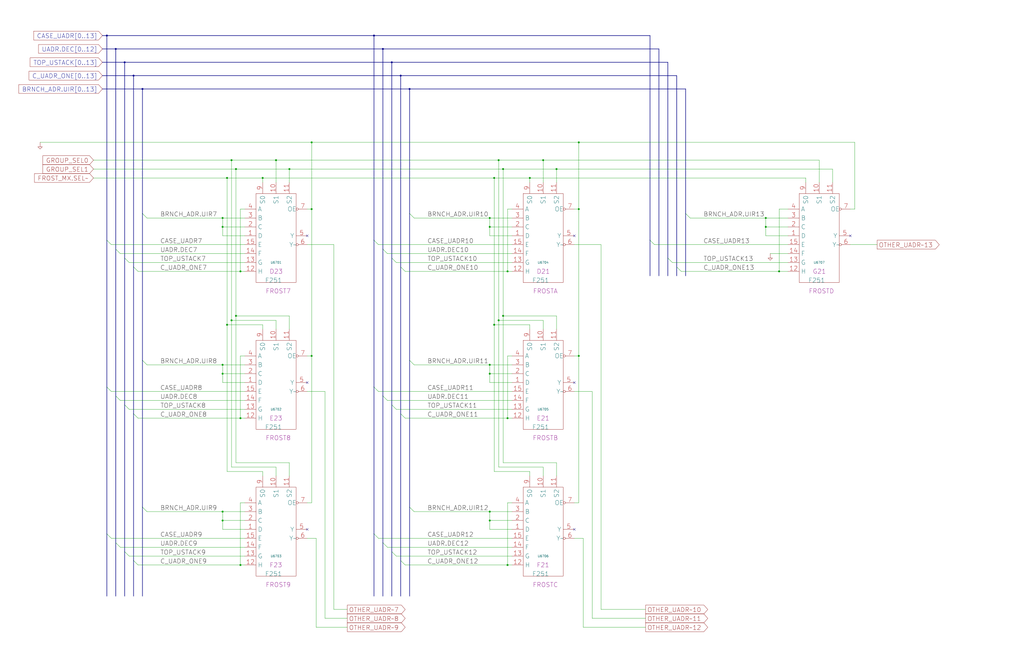
<source format=kicad_sch>
(kicad_sch (version 20250114) (generator "eeschema") (generator_version "9.0")
  (paper "User" 584.2 378.46)
  (title_block (title "OTHER UADR - BITS (7:14)") (date "22-MAY-90") (rev "1.0") (comment 1 "SEQUENCER") (comment 2 "232-003064") (comment 3 "S400") (comment 4 "RELEASED"))
  (lib_symbols
    (symbol "r1000:F251" (pin_names (offset 1.016))
      (property "Reference" "U" (at 2.54 5.08 0))
      (property "Value" "F251" (at -3.81 -5.08 0))
      (property "Location" "___" (at -1.27 0 0))
      (property "Name" "______" (at 3.81 -12.7 0))
      (symbol "F251_1_1"
        (rectangle (start -8.89 44.45) (end 13.97 -6.35))
        (circle (center 14.605 35.56) (radius 0.635))
        (circle (center 14.605 15.24) (radius 0.635))
        (pin input line (at -15.24 35.56 0) (length 6.35) (name "A") (number "4"))
        (pin input line (at -15.24 30.48 0) (length 6.35) (name "B") (number "3"))
        (pin input line (at -15.24 25.4 0) (length 6.35) (name "C") (number "2"))
        (pin input line (at -15.24 20.32 0) (length 6.35) (name "D") (number "1"))
        (pin input line (at -15.24 15.24 0) (length 6.35) (name "E") (number "15"))
        (pin input line (at -15.24 10.16 0) (length 6.35) (name "F") (number "14"))
        (pin input line (at -15.24 5.08 0) (length 6.35) (name "G") (number "13"))
        (pin input line (at -15.24 0 0) (length 6.35) (name "H") (number "12"))
        (pin input line (at -5.08 50.8 270) (length 6.35) (name "S0") (number "9"))
        (pin input line (at 2.54 50.8 270) (length 6.35) (name "S1") (number "10"))
        (pin input line (at 10.16 50.8 270) (length 6.35) (name "S2") (number "11"))
        (pin input line (at 20.32 35.56 180) (length 5.08) (name "OE") (number "7"))
        (pin tri_state line (at 20.32 20.32 180) (length 6.35) (name "Y") (number "5"))
        (pin tri_state line (at 20.32 15.24 180) (length 5.08) (name "Y~") (number "6"))
      )
    )
    (symbol "r1000:PD" (power) (pin_numbers (hide yes)) (pin_names (hide yes)) (in_bom no)
      (symbol "PD_0_1"
        (polyline (pts (xy 0 -2.54) (xy 1.27 -2.54) (xy 0 -3.81) (xy -1.27 -2.54) (xy 0 -2.54)) (stroke (width 0.1524)))
      )
      (symbol "PD_1_1"
        (pin power_in line (at 0 0 270) (length 2.54) (name "PD") (number "1"))
      )
    )
  )
  (junction (at 129.54 101.6))
  (junction (at 137.16 322.58))
  (junction (at 330.2 119.38))
  (junction (at 279.4 292.1))
  (junction (at 218.44 27.94))
  (junction (at 287.02 180.34))
  (junction (at 284.48 91.44))
  (junction (at 132.08 182.88))
  (junction (at 309.88 91.44))
  (junction (at 289.56 238.76))
  (junction (at 177.8 81.28))
  (junction (at 302.26 101.6))
  (junction (at 330.2 81.28))
  (junction (at 279.4 297.18))
  (junction (at 127 213.36))
  (junction (at 213.36 20.32))
  (junction (at 134.62 180.34))
  (junction (at 81.28 50.8))
  (junction (at 157.48 91.44))
  (junction (at 279.4 129.54))
  (junction (at 228.6 43.18))
  (junction (at 132.08 91.44))
  (junction (at 233.68 50.8))
  (junction (at 165.1 96.52))
  (junction (at 71.12 35.56))
  (junction (at 66.04 27.94))
  (junction (at 177.8 203.2))
  (junction (at 127 208.28))
  (junction (at 177.8 119.38))
  (junction (at 127 124.46))
  (junction (at 127 297.18))
  (junction (at 137.16 154.94))
  (junction (at 436.88 124.46))
  (junction (at 436.88 129.54))
  (junction (at 284.48 182.88))
  (junction (at 149.86 101.6))
  (junction (at 281.94 101.6))
  (junction (at 137.16 238.76))
  (junction (at 444.5 154.94))
  (junction (at 279.4 208.28))
  (junction (at 289.56 154.94))
  (junction (at 317.5 96.52))
  (junction (at 127 129.54))
  (junction (at 60.96 20.32))
  (junction (at 134.62 96.52))
  (junction (at 287.02 96.52))
  (junction (at 279.4 124.46))
  (junction (at 281.94 185.42))
  (junction (at 76.2 43.18))
  (junction (at 289.56 322.58))
  (junction (at 129.54 185.42))
  (junction (at 279.4 213.36))
  (junction (at 127 292.1))
  (junction (at 330.2 203.2))
  (junction (at 223.52 35.56))
  (no_connect (at 175.26 302.26))
  (no_connect (at 327.66 302.26))
  (no_connect (at 485.14 134.62))
  (no_connect (at 175.26 218.44))
  (no_connect (at 175.26 134.62))
  (no_connect (at 327.66 218.44))
  (no_connect (at 327.66 134.62))
  (bus_entry (at 218.44 309.88) (size 2.54 2.54))
  (bus_entry (at 391.16 121.92) (size 2.54 2.54))
  (bus_entry (at 213.36 220.98) (size 2.54 2.54))
  (bus_entry (at 81.28 205.74) (size 2.54 2.54))
  (bus_entry (at 76.2 152.4) (size 2.54 2.54))
  (bus_entry (at 223.52 314.96) (size 2.54 2.54))
  (bus_entry (at 66.04 309.88) (size 2.54 2.54))
  (bus_entry (at 81.28 289.56) (size 2.54 2.54))
  (bus_entry (at 228.6 152.4) (size 2.54 2.54))
  (bus_entry (at 218.44 142.24) (size 2.54 2.54))
  (bus_entry (at 370.84 137.16) (size 2.54 2.54))
  (bus_entry (at 233.68 289.56) (size 2.54 2.54))
  (bus_entry (at 233.68 205.74) (size 2.54 2.54))
  (bus_entry (at 66.04 226.06) (size 2.54 2.54))
  (bus_entry (at 71.12 314.96) (size 2.54 2.54))
  (bus_entry (at 76.2 320.04) (size 2.54 2.54))
  (bus_entry (at 71.12 147.32) (size 2.54 2.54))
  (bus_entry (at 60.96 304.8) (size 2.54 2.54))
  (bus_entry (at 386.08 152.4) (size 2.54 2.54))
  (bus_entry (at 381 147.32) (size 2.54 2.54))
  (bus_entry (at 60.96 137.16) (size 2.54 2.54))
  (bus_entry (at 228.6 236.22) (size 2.54 2.54))
  (bus_entry (at 223.52 231.14) (size 2.54 2.54))
  (bus_entry (at 228.6 320.04) (size 2.54 2.54))
  (bus_entry (at 218.44 226.06) (size 2.54 2.54))
  (bus_entry (at 213.36 137.16) (size 2.54 2.54))
  (bus_entry (at 233.68 121.92) (size 2.54 2.54))
  (bus_entry (at 81.28 121.92) (size 2.54 2.54))
  (bus_entry (at 213.36 304.8) (size 2.54 2.54))
  (bus_entry (at 76.2 236.22) (size 2.54 2.54))
  (bus_entry (at 71.12 231.14) (size 2.54 2.54))
  (bus_entry (at 66.04 142.24) (size 2.54 2.54))
  (bus_entry (at 60.96 220.98) (size 2.54 2.54))
  (bus_entry (at 223.52 147.32) (size 2.54 2.54))
  (wire (pts (xy 132.08 182.88) (xy 157.48 182.88)))
  (bus (pts (xy 81.28 205.74) (xy 81.28 289.56)))
  (wire (pts (xy 127 124.46) (xy 127 129.54)))
  (wire (pts (xy 459.74 101.6) (xy 459.74 104.14)))
  (bus (pts (xy 370.84 20.32) (xy 370.84 137.16)))
  (wire (pts (xy 279.4 134.62) (xy 292.1 134.62)))
  (wire (pts (xy 444.5 154.94) (xy 449.58 154.94)))
  (wire (pts (xy 132.08 182.88) (xy 132.08 91.44)))
  (wire (pts (xy 281.94 101.6) (xy 281.94 185.42)))
  (bus (pts (xy 76.2 43.18) (xy 76.2 152.4)))
  (bus (pts (xy 218.44 142.24) (xy 218.44 226.06)))
  (wire (pts (xy 68.58 312.42) (xy 139.7 312.42)))
  (wire (pts (xy 281.94 185.42) (xy 302.26 185.42)))
  (wire (pts (xy 157.48 91.44) (xy 157.48 104.14)))
  (bus (pts (xy 60.96 220.98) (xy 60.96 304.8)))
  (bus (pts (xy 213.36 304.8) (xy 213.36 340.36)))
  (wire (pts (xy 330.2 287.02) (xy 330.2 203.2)))
  (bus (pts (xy 218.44 27.94) (xy 218.44 142.24)))
  (wire (pts (xy 279.4 129.54) (xy 292.1 129.54)))
  (bus (pts (xy 66.04 226.06) (xy 66.04 309.88)))
  (wire (pts (xy 327.66 287.02) (xy 330.2 287.02)))
  (wire (pts (xy 220.98 312.42) (xy 292.1 312.42)))
  (wire (pts (xy 388.62 154.94) (xy 444.5 154.94)))
  (wire (pts (xy 330.2 81.28) (xy 487.68 81.28)))
  (bus (pts (xy 66.04 142.24) (xy 66.04 226.06)))
  (wire (pts (xy 53.34 91.44) (xy 132.08 91.44)))
  (bus (pts (xy 71.12 147.32) (xy 71.12 231.14)))
  (wire (pts (xy 127 297.18) (xy 127 302.26)))
  (bus (pts (xy 60.96 20.32) (xy 60.96 137.16)))
  (bus (pts (xy 58.42 50.8) (xy 81.28 50.8)))
  (wire (pts (xy 292.1 203.2) (xy 289.56 203.2)))
  (bus (pts (xy 76.2 320.04) (xy 76.2 340.36)))
  (bus (pts (xy 228.6 236.22) (xy 228.6 320.04)))
  (bus (pts (xy 213.36 220.98) (xy 213.36 304.8)))
  (wire (pts (xy 289.56 287.02) (xy 289.56 322.58)))
  (wire (pts (xy 327.66 119.38) (xy 330.2 119.38)))
  (wire (pts (xy 63.5 307.34) (xy 139.7 307.34)))
  (wire (pts (xy 157.48 271.78) (xy 157.48 266.7)))
  (wire (pts (xy 127 129.54) (xy 139.7 129.54)))
  (wire (pts (xy 449.58 119.38) (xy 444.5 119.38)))
  (wire (pts (xy 289.56 203.2) (xy 289.56 238.76)))
  (wire (pts (xy 137.16 154.94) (xy 139.7 154.94)))
  (wire (pts (xy 284.48 182.88) (xy 284.48 266.7)))
  (wire (pts (xy 137.16 238.76) (xy 139.7 238.76)))
  (wire (pts (xy 215.9 307.34) (xy 292.1 307.34)))
  (bus (pts (xy 233.68 50.8) (xy 391.16 50.8)))
  (wire (pts (xy 436.88 134.62) (xy 449.58 134.62)))
  (bus (pts (xy 370.84 137.16) (xy 370.84 157.48)))
  (bus (pts (xy 218.44 226.06) (xy 218.44 309.88)))
  (wire (pts (xy 185.42 223.52) (xy 185.42 353.06)))
  (bus (pts (xy 213.36 20.32) (xy 213.36 137.16)))
  (wire (pts (xy 281.94 185.42) (xy 281.94 269.24)))
  (bus (pts (xy 60.96 20.32) (xy 213.36 20.32)))
  (bus (pts (xy 213.36 20.32) (xy 370.84 20.32)))
  (wire (pts (xy 139.7 287.02) (xy 137.16 287.02)))
  (wire (pts (xy 444.5 119.38) (xy 444.5 154.94)))
  (bus (pts (xy 81.28 50.8) (xy 81.28 121.92)))
  (wire (pts (xy 302.26 271.78) (xy 302.26 269.24)))
  (wire (pts (xy 279.4 213.36) (xy 292.1 213.36)))
  (wire (pts (xy 175.26 307.34) (xy 180.34 307.34)))
  (wire (pts (xy 289.56 119.38) (xy 289.56 154.94)))
  (bus (pts (xy 228.6 43.18) (xy 228.6 152.4)))
  (wire (pts (xy 149.86 269.24) (xy 129.54 269.24)))
  (wire (pts (xy 279.4 292.1) (xy 279.4 297.18)))
  (wire (pts (xy 134.62 180.34) (xy 134.62 96.52)))
  (bus (pts (xy 223.52 147.32) (xy 223.52 231.14)))
  (wire (pts (xy 165.1 187.96) (xy 165.1 180.34)))
  (wire (pts (xy 309.88 91.44) (xy 309.88 104.14)))
  (bus (pts (xy 58.42 35.56) (xy 71.12 35.56)))
  (wire (pts (xy 487.68 119.38) (xy 487.68 81.28)))
  (wire (pts (xy 342.9 347.98) (xy 368.3 347.98)))
  (wire (pts (xy 383.54 149.86) (xy 449.58 149.86)))
  (bus (pts (xy 223.52 314.96) (xy 223.52 340.36)))
  (wire (pts (xy 149.86 101.6) (xy 149.86 104.14)))
  (wire (pts (xy 215.9 223.52) (xy 292.1 223.52)))
  (wire (pts (xy 236.22 292.1) (xy 279.4 292.1)))
  (wire (pts (xy 302.26 269.24) (xy 281.94 269.24)))
  (wire (pts (xy 373.38 139.7) (xy 449.58 139.7)))
  (wire (pts (xy 132.08 266.7) (xy 132.08 182.88)))
  (wire (pts (xy 63.5 139.7) (xy 139.7 139.7)))
  (wire (pts (xy 279.4 302.26) (xy 292.1 302.26)))
  (bus (pts (xy 66.04 27.94) (xy 66.04 142.24)))
  (wire (pts (xy 157.48 187.96) (xy 157.48 182.88)))
  (bus (pts (xy 60.96 304.8) (xy 60.96 340.36)))
  (wire (pts (xy 337.82 353.06) (xy 368.3 353.06)))
  (bus (pts (xy 81.28 50.8) (xy 233.68 50.8)))
  (bus (pts (xy 391.16 50.8) (xy 391.16 121.92)))
  (wire (pts (xy 127 292.1) (xy 127 297.18)))
  (wire (pts (xy 485.14 139.7) (xy 500.38 139.7)))
  (wire (pts (xy 129.54 101.6) (xy 149.86 101.6)))
  (wire (pts (xy 73.66 233.68) (xy 139.7 233.68)))
  (wire (pts (xy 137.16 119.38) (xy 137.16 154.94)))
  (wire (pts (xy 177.8 287.02) (xy 177.8 203.2)))
  (wire (pts (xy 165.1 96.52) (xy 287.02 96.52)))
  (wire (pts (xy 165.1 96.52) (xy 165.1 104.14)))
  (wire (pts (xy 149.86 101.6) (xy 281.94 101.6)))
  (bus (pts (xy 228.6 43.18) (xy 386.08 43.18)))
  (wire (pts (xy 137.16 203.2) (xy 137.16 238.76)))
  (wire (pts (xy 63.5 223.52) (xy 139.7 223.52)))
  (wire (pts (xy 53.34 96.52) (xy 134.62 96.52)))
  (wire (pts (xy 292.1 287.02) (xy 289.56 287.02)))
  (bus (pts (xy 60.96 137.16) (xy 60.96 220.98)))
  (wire (pts (xy 134.62 264.16) (xy 134.62 180.34)))
  (wire (pts (xy 281.94 101.6) (xy 302.26 101.6)))
  (wire (pts (xy 190.5 347.98) (xy 198.12 347.98)))
  (wire (pts (xy 165.1 264.16) (xy 134.62 264.16)))
  (bus (pts (xy 223.52 35.56) (xy 223.52 147.32)))
  (bus (pts (xy 233.68 121.92) (xy 233.68 205.74)))
  (wire (pts (xy 132.08 91.44) (xy 157.48 91.44)))
  (wire (pts (xy 215.9 139.7) (xy 292.1 139.7)))
  (wire (pts (xy 309.88 271.78) (xy 309.88 266.7)))
  (bus (pts (xy 386.08 152.4) (xy 386.08 157.48)))
  (wire (pts (xy 317.5 96.52) (xy 317.5 104.14)))
  (wire (pts (xy 127 129.54) (xy 127 134.62)))
  (wire (pts (xy 302.26 101.6) (xy 459.74 101.6)))
  (wire (pts (xy 449.58 124.46) (xy 436.88 124.46)))
  (wire (pts (xy 436.88 129.54) (xy 436.88 134.62)))
  (wire (pts (xy 309.88 266.7) (xy 284.48 266.7)))
  (wire (pts (xy 279.4 218.44) (xy 292.1 218.44)))
  (wire (pts (xy 231.14 154.94) (xy 289.56 154.94)))
  (wire (pts (xy 327.66 203.2) (xy 330.2 203.2)))
  (bus (pts (xy 71.12 314.96) (xy 71.12 340.36)))
  (wire (pts (xy 236.22 124.46) (xy 279.4 124.46)))
  (wire (pts (xy 220.98 228.6) (xy 292.1 228.6)))
  (wire (pts (xy 393.7 124.46) (xy 436.88 124.46)))
  (wire (pts (xy 436.88 129.54) (xy 449.58 129.54)))
  (bus (pts (xy 81.28 121.92) (xy 81.28 205.74)))
  (wire (pts (xy 53.34 101.6) (xy 129.54 101.6)))
  (wire (pts (xy 279.4 297.18) (xy 279.4 302.26)))
  (bus (pts (xy 58.42 20.32) (xy 60.96 20.32)))
  (wire (pts (xy 327.66 307.34) (xy 332.74 307.34)))
  (bus (pts (xy 223.52 35.56) (xy 381 35.56)))
  (wire (pts (xy 78.74 238.76) (xy 137.16 238.76)))
  (wire (pts (xy 157.48 266.7) (xy 132.08 266.7)))
  (wire (pts (xy 177.8 81.28) (xy 177.8 119.38)))
  (wire (pts (xy 149.86 271.78) (xy 149.86 269.24)))
  (wire (pts (xy 83.82 124.46) (xy 127 124.46)))
  (wire (pts (xy 68.58 144.78) (xy 139.7 144.78)))
  (wire (pts (xy 180.34 358.14) (xy 198.12 358.14)))
  (wire (pts (xy 292.1 292.1) (xy 279.4 292.1)))
  (bus (pts (xy 391.16 121.92) (xy 391.16 157.48)))
  (wire (pts (xy 73.66 149.86) (xy 139.7 149.86)))
  (wire (pts (xy 330.2 81.28) (xy 177.8 81.28)))
  (wire (pts (xy 327.66 223.52) (xy 337.82 223.52)))
  (wire (pts (xy 474.98 96.52) (xy 474.98 104.14)))
  (wire (pts (xy 175.26 139.7) (xy 190.5 139.7)))
  (bus (pts (xy 223.52 231.14) (xy 223.52 314.96)))
  (bus (pts (xy 76.2 152.4) (xy 76.2 236.22)))
  (wire (pts (xy 139.7 119.38) (xy 137.16 119.38)))
  (wire (pts (xy 127 297.18) (xy 139.7 297.18)))
  (bus (pts (xy 71.12 35.56) (xy 223.52 35.56)))
  (bus (pts (xy 66.04 27.94) (xy 218.44 27.94)))
  (wire (pts (xy 309.88 91.44) (xy 467.36 91.44)))
  (bus (pts (xy 58.42 43.18) (xy 76.2 43.18)))
  (wire (pts (xy 236.22 208.28) (xy 279.4 208.28)))
  (wire (pts (xy 127 213.36) (xy 139.7 213.36)))
  (wire (pts (xy 332.74 307.34) (xy 332.74 358.14)))
  (wire (pts (xy 137.16 287.02) (xy 137.16 322.58)))
  (bus (pts (xy 381 147.32) (xy 381 157.48)))
  (wire (pts (xy 332.74 358.14) (xy 368.3 358.14)))
  (wire (pts (xy 175.26 203.2) (xy 177.8 203.2)))
  (bus (pts (xy 233.68 50.8) (xy 233.68 121.92)))
  (wire (pts (xy 127 134.62) (xy 139.7 134.62)))
  (bus (pts (xy 213.36 137.16) (xy 213.36 220.98)))
  (wire (pts (xy 134.62 96.52) (xy 165.1 96.52)))
  (wire (pts (xy 330.2 203.2) (xy 330.2 119.38)))
  (wire (pts (xy 127 213.36) (xy 127 218.44)))
  (wire (pts (xy 83.82 292.1) (xy 127 292.1)))
  (bus (pts (xy 66.04 309.88) (xy 66.04 340.36)))
  (bus (pts (xy 218.44 309.88) (xy 218.44 340.36)))
  (bus (pts (xy 76.2 43.18) (xy 228.6 43.18)))
  (wire (pts (xy 165.1 271.78) (xy 165.1 264.16)))
  (wire (pts (xy 226.06 233.68) (xy 292.1 233.68)))
  (wire (pts (xy 284.48 182.88) (xy 309.88 182.88)))
  (wire (pts (xy 289.56 238.76) (xy 292.1 238.76)))
  (wire (pts (xy 287.02 180.34) (xy 317.5 180.34)))
  (wire (pts (xy 177.8 203.2) (xy 177.8 119.38)))
  (wire (pts (xy 279.4 297.18) (xy 292.1 297.18)))
  (wire (pts (xy 226.06 317.5) (xy 292.1 317.5)))
  (wire (pts (xy 287.02 180.34) (xy 287.02 264.16)))
  (wire (pts (xy 129.54 185.42) (xy 129.54 101.6)))
  (wire (pts (xy 78.74 322.58) (xy 137.16 322.58)))
  (bus (pts (xy 76.2 236.22) (xy 76.2 320.04)))
  (bus (pts (xy 228.6 320.04) (xy 228.6 340.36)))
  (bus (pts (xy 71.12 35.56) (xy 71.12 147.32)))
  (wire (pts (xy 317.5 271.78) (xy 317.5 264.16)))
  (wire (pts (xy 139.7 292.1) (xy 127 292.1)))
  (wire (pts (xy 226.06 149.86) (xy 292.1 149.86)))
  (wire (pts (xy 292.1 124.46) (xy 279.4 124.46)))
  (bus (pts (xy 233.68 205.74) (xy 233.68 289.56)))
  (bus (pts (xy 381 35.56) (xy 381 147.32)))
  (wire (pts (xy 342.9 139.7) (xy 342.9 347.98)))
  (wire (pts (xy 78.74 154.94) (xy 137.16 154.94)))
  (wire (pts (xy 287.02 96.52) (xy 287.02 180.34)))
  (wire (pts (xy 83.82 208.28) (xy 127 208.28)))
  (wire (pts (xy 279.4 213.36) (xy 279.4 218.44)))
  (wire (pts (xy 137.16 322.58) (xy 139.7 322.58)))
  (wire (pts (xy 127 208.28) (xy 127 213.36)))
  (wire (pts (xy 317.5 96.52) (xy 474.98 96.52)))
  (bus (pts (xy 233.68 289.56) (xy 233.68 340.36)))
  (wire (pts (xy 292.1 208.28) (xy 279.4 208.28)))
  (bus (pts (xy 81.28 289.56) (xy 81.28 340.36)))
  (wire (pts (xy 231.14 238.76) (xy 289.56 238.76)))
  (wire (pts (xy 284.48 91.44) (xy 284.48 182.88)))
  (wire (pts (xy 289.56 154.94) (xy 292.1 154.94)))
  (wire (pts (xy 292.1 119.38) (xy 289.56 119.38)))
  (wire (pts (xy 134.62 180.34) (xy 165.1 180.34)))
  (wire (pts (xy 302.26 187.96) (xy 302.26 185.42)))
  (wire (pts (xy 127 218.44) (xy 139.7 218.44)))
  (wire (pts (xy 129.54 269.24) (xy 129.54 185.42)))
  (wire (pts (xy 317.5 187.96) (xy 317.5 180.34)))
  (wire (pts (xy 279.4 129.54) (xy 279.4 134.62)))
  (wire (pts (xy 22.86 81.28) (xy 177.8 81.28)))
  (wire (pts (xy 149.86 187.96) (xy 149.86 185.42)))
  (wire (pts (xy 485.14 119.38) (xy 487.68 119.38)))
  (bus (pts (xy 218.44 27.94) (xy 375.92 27.94)))
  (wire (pts (xy 185.42 353.06) (xy 198.12 353.06)))
  (wire (pts (xy 139.7 124.46) (xy 127 124.46)))
  (wire (pts (xy 436.88 124.46) (xy 436.88 129.54)))
  (wire (pts (xy 220.98 144.78) (xy 292.1 144.78)))
  (bus (pts (xy 71.12 231.14) (xy 71.12 314.96)))
  (wire (pts (xy 337.82 223.52) (xy 337.82 353.06)))
  (wire (pts (xy 439.42 144.78) (xy 449.58 144.78)))
  (wire (pts (xy 68.58 228.6) (xy 139.7 228.6)))
  (wire (pts (xy 467.36 91.44) (xy 467.36 104.14)))
  (wire (pts (xy 175.26 119.38) (xy 177.8 119.38)))
  (wire (pts (xy 139.7 208.28) (xy 127 208.28)))
  (wire (pts (xy 284.48 91.44) (xy 309.88 91.44)))
  (wire (pts (xy 279.4 124.46) (xy 279.4 129.54)))
  (wire (pts (xy 175.26 287.02) (xy 177.8 287.02)))
  (wire (pts (xy 190.5 139.7) (xy 190.5 347.98)))
  (bus (pts (xy 386.08 43.18) (xy 386.08 152.4)))
  (wire (pts (xy 180.34 307.34) (xy 180.34 358.14)))
  (wire (pts (xy 287.02 96.52) (xy 317.5 96.52)))
  (wire (pts (xy 231.14 322.58) (xy 289.56 322.58)))
  (wire (pts (xy 302.26 101.6) (xy 302.26 104.14)))
  (wire (pts (xy 157.48 91.44) (xy 284.48 91.44)))
  (wire (pts (xy 289.56 322.58) (xy 292.1 322.58)))
  (wire (pts (xy 139.7 203.2) (xy 137.16 203.2)))
  (wire (pts (xy 175.26 223.52) (xy 185.42 223.52)))
  (wire (pts (xy 73.66 317.5) (xy 139.7 317.5)))
  (wire (pts (xy 279.4 208.28) (xy 279.4 213.36)))
  (wire (pts (xy 127 302.26) (xy 139.7 302.26)))
  (wire (pts (xy 317.5 264.16) (xy 287.02 264.16)))
  (bus (pts (xy 58.42 27.94) (xy 66.04 27.94)))
  (wire (pts (xy 309.88 187.96) (xy 309.88 182.88)))
  (bus (pts (xy 375.92 27.94) (xy 375.92 157.48)))
  (bus (pts (xy 228.6 152.4) (xy 228.6 236.22)))
  (wire (pts (xy 327.66 139.7) (xy 342.9 139.7)))
  (wire (pts (xy 330.2 119.38) (xy 330.2 81.28)))
  (wire (pts (xy 129.54 185.42) (xy 149.86 185.42)))
  (label "TOP_USTACK12" (at 243.84 317.5 0) (effects (font (size 2.54 2.54))))
  (label "C_UADR_ONE10" (at 243.84 154.94 0) (effects (font (size 2.54 2.54))))
  (label "CASE_UADR10" (at 243.84 139.7 0) (effects (font (size 2.54 2.54))))
  (label "BRNCH_ADR.UIR8" (at 91.44 208.28 0) (effects (font (size 2.54 2.54))))
  (label "BRNCH_ADR.UIR12" (at 243.84 292.1 0) (effects (font (size 2.54 2.54))))
  (label "CASE_UADR9" (at 91.44 307.34 0) (effects (font (size 2.54 2.54))))
  (label "TOP_USTACK13" (at 401.32 149.86 0) (effects (font (size 2.54 2.54))))
  (label "UADR.DEC9" (at 91.44 312.42 0) (effects (font (size 2.54 2.54))))
  (label "CASE_UADR8" (at 91.44 223.52 0) (effects (font (size 2.54 2.54))))
  (label "CASE_UADR11" (at 243.84 223.52 0) (effects (font (size 2.54 2.54))))
  (label "CASE_UADR7" (at 91.44 139.7 0) (effects (font (size 2.54 2.54))))
  (label "C_UADR_ONE11" (at 243.84 238.76 0) (effects (font (size 2.54 2.54))))
  (label "TOP_USTACK7" (at 91.44 149.86 0) (effects (font (size 2.54 2.54))))
  (label "C_UADR_ONE7" (at 91.44 154.94 0) (effects (font (size 2.54 2.54))))
  (label "C_UADR_ONE12" (at 243.84 322.58 0) (effects (font (size 2.54 2.54))))
  (label "BRNCH_ADR.UIR9" (at 91.44 292.1 0) (effects (font (size 2.54 2.54))))
  (label "C_UADR_ONE13" (at 401.32 154.94 0) (effects (font (size 2.54 2.54))))
  (label "C_UADR_ONE8" (at 91.44 238.76 0) (effects (font (size 2.54 2.54))))
  (label "CASE_UADR13" (at 401.32 139.7 0) (effects (font (size 2.54 2.54))))
  (label "UADR.DEC8" (at 91.44 228.6 0) (effects (font (size 2.54 2.54))))
  (label "BRNCH_ADR.UIR13" (at 401.32 124.46 0) (effects (font (size 2.54 2.54))))
  (label "UADR.DEC11" (at 243.84 228.6 0) (effects (font (size 2.54 2.54))))
  (label "UADR.DEC10" (at 243.84 144.78 0) (effects (font (size 2.54 2.54))))
  (label "BRNCH_ADR.UIR7" (at 91.44 124.46 0) (effects (font (size 2.54 2.54))))
  (label "BRNCH_ADR.UIR10" (at 243.84 124.46 0) (effects (font (size 2.54 2.54))))
  (label "TOP_USTACK8" (at 91.44 233.68 0) (effects (font (size 2.54 2.54))))
  (label "UADR.DEC12" (at 243.84 312.42 0) (effects (font (size 2.54 2.54))))
  (label "BRNCH_ADR.UIR11" (at 243.84 208.28 0) (effects (font (size 2.54 2.54))))
  (label "UADR.DEC7" (at 91.44 144.78 0) (effects (font (size 2.54 2.54))))
  (label "TOP_USTACK11" (at 243.84 233.68 0) (effects (font (size 2.54 2.54))))
  (label "TOP_USTACK10" (at 243.84 149.86 0) (effects (font (size 2.54 2.54))))
  (label "C_UADR_ONE9" (at 91.44 322.58 0) (effects (font (size 2.54 2.54))))
  (label "CASE_UADR12" (at 243.84 307.34 0) (effects (font (size 2.54 2.54))))
  (label "TOP_USTACK9" (at 91.44 317.5 0) (effects (font (size 2.54 2.54))))
  (global_label "OTHER_UADR~8" (shape output) (at 198.12 353.06 0) (effects (font (size 2.54 2.54))) (property "Intersheetrefs" "${INTERSHEET_REFS}" (at 231.1279 352.9013 0) (effects (font (size 1.905 1.905)) (justify left))))
  (global_label "OTHER_UADR~7" (shape output) (at 198.12 347.98 0) (effects (font (size 2.54 2.54))) (property "Intersheetrefs" "${INTERSHEET_REFS}" (at 231.1279 347.8213 0) (effects (font (size 1.905 1.905)) (justify left))))
  (global_label "OTHER_UADR~12" (shape output) (at 368.3 358.14 0) (effects (font (size 2.54 2.54))) (property "Intersheetrefs" "${INTERSHEET_REFS}" (at 403.727 357.9813 0) (effects (font (size 1.905 1.905)) (justify left))))
  (global_label "CASE_UADR[0..13]" (shape input) (at 58.42 20.32 180) (effects (font (size 2.54 2.54))) (property "Intersheetrefs" "${INTERSHEET_REFS}" (at 19.2435 20.1613 0) (effects (font (size 1.905 1.905)) (justify right))))
  (global_label "TOP_USTACK[0..13]" (shape input) (at 58.42 35.56 180) (effects (font (size 2.54 2.54))) (property "Intersheetrefs" "${INTERSHEET_REFS}" (at 17.1873 35.4013 0) (effects (font (size 1.905 1.905)) (justify right))))
  (global_label "C_UADR_ONE[0..13]" (shape input) (at 58.42 43.18 180) (effects (font (size 2.54 2.54))) (property "Intersheetrefs" "${INTERSHEET_REFS}" (at 16.5826 43.0213 0) (effects (font (size 1.905 1.905)) (justify right))))
  (global_label "FROST_MX.SEL~" (shape input) (at 53.34 101.6 180) (effects (font (size 2.54 2.54))) (property "Intersheetrefs" "${INTERSHEET_REFS}" (at 19.7273 101.4413 0) (effects (font (size 1.905 1.905)) (justify right))))
  (global_label "OTHER_UADR~9" (shape output) (at 198.12 358.14 0) (effects (font (size 2.54 2.54))) (property "Intersheetrefs" "${INTERSHEET_REFS}" (at 231.1279 357.9813 0) (effects (font (size 1.905 1.905)) (justify left))))
  (global_label "GROUP_SEL1" (shape input) (at 53.34 96.52 180) (effects (font (size 2.54 2.54))) (property "Intersheetrefs" "${INTERSHEET_REFS}" (at 24.4445 96.3613 0) (effects (font (size 1.905 1.905)) (justify right))))
  (global_label "GROUP_SEL0" (shape input) (at 53.34 91.44 180) (effects (font (size 2.54 2.54))) (property "Intersheetrefs" "${INTERSHEET_REFS}" (at 24.4445 91.2813 0) (effects (font (size 1.905 1.905)) (justify right))))
  (global_label "UADR.DEC[0..12]" (shape input) (at 58.42 27.94 180) (effects (font (size 2.54 2.54))) (property "Intersheetrefs" "${INTERSHEET_REFS}" (at 22.0254 27.7813 0) (effects (font (size 1.905 1.905)) (justify right))))
  (global_label "OTHER_UADR~13" (shape output) (at 500.38 139.7 0) (effects (font (size 2.54 2.54))) (property "Intersheetrefs" "${INTERSHEET_REFS}" (at 535.807 139.5413 0) (effects (font (size 1.905 1.905)) (justify left))))
  (global_label "BRNCH_ADR.UIR[0..13]" (shape input) (at 58.42 50.8 180) (effects (font (size 2.54 2.54))) (property "Intersheetrefs" "${INTERSHEET_REFS}" (at 10.7769 50.6413 0) (effects (font (size 1.905 1.905)) (justify right))))
  (global_label "OTHER_UADR~11" (shape output) (at 368.3 353.06 0) (effects (font (size 2.54 2.54))) (property "Intersheetrefs" "${INTERSHEET_REFS}" (at 403.727 352.9013 0) (effects (font (size 1.905 1.905)) (justify left))))
  (global_label "OTHER_UADR~10" (shape output) (at 368.3 347.98 0) (effects (font (size 2.54 2.54))) (property "Intersheetrefs" "${INTERSHEET_REFS}" (at 403.727 347.8213 0) (effects (font (size 1.905 1.905)) (justify left))))
  (symbol (lib_id "r1000:PD") (at 439.42 144.78 0) (unit 1) (in_bom no)
    (property "Reference" "#PWR06702" (effects (hide yes)))
    (property "Value" "PD" (effects (hide yes)))
  )
  (symbol (lib_id "r1000:F251") (at 307.34 154.94 0) (unit 1)
    (property "Reference" "U6704" (at 309.88 149.86 0))
    (property "Value" "F251" (at 303.53 160.02 0) (effects (font (size 2.54 2.54)) (justify left)))
    (property "Location" "D21" (at 306.07 154.94 0) (effects (font (size 2.54 2.54)) (justify left)))
    (property "Name" "FROSTA" (at 311.15 167.64 0) (effects (font (size 2.54 2.54)) (justify bottom)))
  )
  (symbol (lib_id "r1000:F251") (at 307.34 238.76 0) (unit 1)
    (property "Reference" "U6705" (at 309.88 233.68 0))
    (property "Value" "F251" (at 303.53 243.84 0) (effects (font (size 2.54 2.54)) (justify left)))
    (property "Location" "E21" (at 306.07 238.76 0) (effects (font (size 2.54 2.54)) (justify left)))
    (property "Name" "FROSTB" (at 311.15 251.46 0) (effects (font (size 2.54 2.54)) (justify bottom)))
  )
  (symbol (lib_id "r1000:F251") (at 154.94 154.94 0) (unit 1)
    (property "Reference" "U6701" (at 157.48 149.86 0))
    (property "Value" "F251" (at 151.13 160.02 0) (effects (font (size 2.54 2.54)) (justify left)))
    (property "Location" "D23" (at 153.67 154.94 0) (effects (font (size 2.54 2.54)) (justify left)))
    (property "Name" "FROST7" (at 158.75 167.64 0) (effects (font (size 2.54 2.54)) (justify bottom)))
  )
  (symbol (lib_id "r1000:F251") (at 464.82 154.94 0) (unit 1)
    (property "Reference" "U6707" (at 467.36 149.86 0))
    (property "Value" "F251" (at 461.01 160.02 0) (effects (font (size 2.54 2.54)) (justify left)))
    (property "Location" "G21" (at 463.55 154.94 0) (effects (font (size 2.54 2.54)) (justify left)))
    (property "Name" "FROSTD" (at 468.63 167.64 0) (effects (font (size 2.54 2.54)) (justify bottom)))
  )
  (symbol (lib_id "r1000:F251") (at 154.94 238.76 0) (unit 1)
    (property "Reference" "U6702" (at 157.48 233.68 0))
    (property "Value" "F251" (at 151.13 243.84 0) (effects (font (size 2.54 2.54)) (justify left)))
    (property "Location" "E23" (at 153.67 238.76 0) (effects (font (size 2.54 2.54)) (justify left)))
    (property "Name" "FROST8" (at 158.75 251.46 0) (effects (font (size 2.54 2.54)) (justify bottom)))
  )
  (symbol (lib_id "r1000:F251") (at 154.94 322.58 0) (unit 1)
    (property "Reference" "U6703" (at 157.48 317.5 0))
    (property "Value" "F251" (at 151.13 327.66 0) (effects (font (size 2.54 2.54)) (justify left)))
    (property "Location" "F23" (at 153.67 322.58 0) (effects (font (size 2.54 2.54)) (justify left)))
    (property "Name" "FROST9" (at 158.75 335.28 0) (effects (font (size 2.54 2.54)) (justify bottom)))
  )
  (symbol (lib_id "r1000:F251") (at 307.34 322.58 0) (unit 1)
    (property "Reference" "U6706" (at 309.88 317.5 0))
    (property "Value" "F251" (at 303.53 327.66 0) (effects (font (size 2.54 2.54)) (justify left)))
    (property "Location" "F21" (at 306.07 322.58 0) (effects (font (size 2.54 2.54)) (justify left)))
    (property "Name" "FROSTC" (at 311.15 335.28 0) (effects (font (size 2.54 2.54)) (justify bottom)))
  )
  (symbol (lib_id "r1000:PD") (at 22.86 81.28 0) (unit 1) (in_bom no)
    (property "Reference" "#PWR06701" (effects (hide yes)))
    (property "Value" "PD" (effects (hide yes)))
  )
)
</source>
